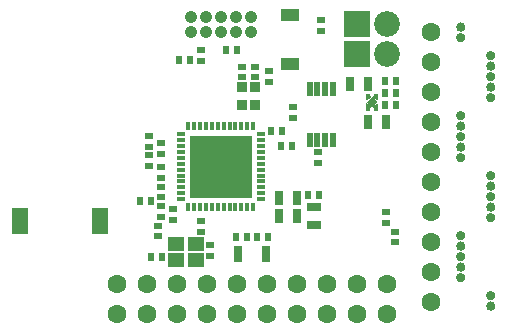
<source format=gbr>
G04 #@! TF.FileFunction,Soldermask,Top*
%FSLAX46Y46*%
G04 Gerber Fmt 4.6, Leading zero omitted, Abs format (unit mm)*
G04 Created by KiCad (PCBNEW 0.201502161433+5424~21~ubuntu14.04.1-product) date Mon 16 Feb 2015 01:02:52 PM PST*
%MOMM*%
G01*
G04 APERTURE LIST*
%ADD10C,0.100000*%
%ADD11C,0.381000*%
%ADD12R,0.802400X1.452400*%
%ADD13R,1.402400X2.252400*%
%ADD14R,0.949960X0.949960*%
%ADD15R,2.184400X2.184400*%
%ADD16O,2.184400X2.184400*%
%ADD17C,1.602400*%
%ADD18R,0.552400X1.252400*%
%ADD19R,0.751840X0.401320*%
%ADD20R,0.401320X0.751840*%
%ADD21R,5.302400X5.302400*%
%ADD22R,0.787400X1.295400*%
%ADD23R,0.551180X0.751840*%
%ADD24R,0.751840X0.551180*%
%ADD25R,1.295400X0.787400*%
%ADD26C,1.041400*%
%ADD27R,1.552400X1.102400*%
%ADD28R,1.352400X1.152400*%
%ADD29R,0.452400X0.362400*%
%ADD30R,0.252400X0.582400*%
G04 APERTURE END LIST*
D10*
D11*
X90360500Y-108712000D02*
G75*
G03X90360500Y-108712000I-190500J0D01*
G01*
X90360500Y-109601000D02*
G75*
G03X90360500Y-109601000I-190500J0D01*
G01*
X90360500Y-110490000D02*
G75*
G03X90360500Y-110490000I-190500J0D01*
G01*
X90360500Y-111379000D02*
G75*
G03X90360500Y-111379000I-190500J0D01*
G01*
X90360500Y-112268000D02*
G75*
G03X90360500Y-112268000I-190500J0D01*
G01*
X92900500Y-113792000D02*
G75*
G03X92900500Y-113792000I-190500J0D01*
G01*
X92900500Y-114681000D02*
G75*
G03X92900500Y-114681000I-190500J0D01*
G01*
X92900500Y-115570000D02*
G75*
G03X92900500Y-115570000I-190500J0D01*
G01*
X92900500Y-116459000D02*
G75*
G03X92900500Y-116459000I-190500J0D01*
G01*
X92900500Y-117348000D02*
G75*
G03X92900500Y-117348000I-190500J0D01*
G01*
X92900500Y-103632000D02*
G75*
G03X92900500Y-103632000I-190500J0D01*
G01*
X92900500Y-104521000D02*
G75*
G03X92900500Y-104521000I-190500J0D01*
G01*
X92900500Y-105410000D02*
G75*
G03X92900500Y-105410000I-190500J0D01*
G01*
X92900500Y-106299000D02*
G75*
G03X92900500Y-106299000I-190500J0D01*
G01*
X92900500Y-107188000D02*
G75*
G03X92900500Y-107188000I-190500J0D01*
G01*
X90360500Y-118872000D02*
G75*
G03X90360500Y-118872000I-190500J0D01*
G01*
X90360500Y-119761000D02*
G75*
G03X90360500Y-119761000I-190500J0D01*
G01*
X90360500Y-120650000D02*
G75*
G03X90360500Y-120650000I-190500J0D01*
G01*
X90360500Y-121539000D02*
G75*
G03X90360500Y-121539000I-190500J0D01*
G01*
X90360500Y-122428000D02*
G75*
G03X90360500Y-122428000I-190500J0D01*
G01*
X92900500Y-124841000D02*
G75*
G03X92900500Y-124841000I-190500J0D01*
G01*
X92900500Y-123952000D02*
G75*
G03X92900500Y-123952000I-190500J0D01*
G01*
X90360500Y-101219000D02*
G75*
G03X90360500Y-101219000I-190500J0D01*
G01*
X90360500Y-102108000D02*
G75*
G03X90360500Y-102108000I-190500J0D01*
G01*
D12*
X73692000Y-120396000D03*
X71342000Y-120396000D03*
D13*
X59636000Y-117602000D03*
X52886000Y-117602000D03*
D14*
X71628000Y-107810300D03*
X71628000Y-106311700D03*
X72771000Y-107810300D03*
X72771000Y-106311700D03*
D15*
X81407000Y-100965000D03*
D16*
X83947000Y-100965000D03*
D15*
X81407000Y-103505000D03*
D16*
X83947000Y-103505000D03*
D17*
X87630000Y-124460000D03*
X87630000Y-121920000D03*
X87630000Y-119380000D03*
X87630000Y-116840000D03*
X87630000Y-114300000D03*
X87630000Y-111760000D03*
X87630000Y-109220000D03*
X87630000Y-106680000D03*
X87630000Y-104140000D03*
X87630000Y-101600000D03*
D18*
X79334000Y-106435000D03*
X78684000Y-106435000D03*
X78034000Y-106435000D03*
X77384000Y-106435000D03*
X77384000Y-110735000D03*
X78034000Y-110735000D03*
X78684000Y-110735000D03*
X79334000Y-110735000D03*
D19*
X73248520Y-115778280D03*
X73248520Y-115277900D03*
X73248520Y-114777520D03*
X73248520Y-114277140D03*
X73248520Y-113779300D03*
X73248520Y-113278920D03*
X73248520Y-112778540D03*
X73248520Y-112278160D03*
X73248520Y-111777780D03*
X73248520Y-111277400D03*
X73248520Y-110777020D03*
X73248520Y-110279180D03*
X66451480Y-114282220D03*
X66451480Y-114780060D03*
X66451480Y-115280440D03*
X66451480Y-115780820D03*
D20*
X70599300Y-109628940D03*
X70100000Y-109630000D03*
X69601080Y-109628940D03*
X69100700Y-109628940D03*
X68600320Y-109628940D03*
X68099940Y-109628940D03*
X67599560Y-109628940D03*
X67099180Y-109628940D03*
X72598280Y-109628940D03*
X72097900Y-109628940D03*
X71597520Y-109628940D03*
X71099680Y-109628940D03*
D19*
X66451480Y-110281720D03*
X66448940Y-110782100D03*
X66448940Y-111279940D03*
X66448940Y-111780320D03*
X66448940Y-112280700D03*
X66448940Y-112781080D03*
X66448940Y-113281460D03*
X66448940Y-113781840D03*
D20*
X67099180Y-116428520D03*
X67599560Y-116428520D03*
X68099940Y-116428520D03*
X68597780Y-116428520D03*
X69098160Y-116428520D03*
X69598540Y-116428520D03*
X70098920Y-116428520D03*
X70599300Y-116428520D03*
X71099680Y-116428520D03*
X71600060Y-116428520D03*
X72097900Y-116428520D03*
X72598280Y-116428520D03*
D21*
X69850000Y-113030000D03*
D22*
X82296000Y-106045000D03*
X80772000Y-106045000D03*
D23*
X75887580Y-111252000D03*
X74988420Y-111252000D03*
D24*
X73914000Y-104960420D03*
X73914000Y-105859580D03*
X68961000Y-120591580D03*
X68961000Y-119692420D03*
D23*
X73855580Y-118999000D03*
X72956420Y-118999000D03*
D22*
X82296000Y-109220000D03*
X83820000Y-109220000D03*
D23*
X74998580Y-109982000D03*
X74099420Y-109982000D03*
X63939420Y-120650000D03*
X64838580Y-120650000D03*
X71178420Y-118999000D03*
X72077580Y-118999000D03*
D22*
X74803000Y-117221000D03*
X76327000Y-117221000D03*
D24*
X63750142Y-110428052D03*
X63750142Y-111327212D03*
X68199000Y-118559580D03*
X68199000Y-117660420D03*
X64770000Y-114739420D03*
X64770000Y-115638580D03*
D23*
X63050420Y-115951000D03*
X63949580Y-115951000D03*
D24*
X65836800Y-117518180D03*
X65836800Y-116619020D03*
D25*
X77724000Y-116459000D03*
X77724000Y-117983000D03*
D24*
X64516000Y-118940580D03*
X64516000Y-118041420D03*
X63750142Y-112978212D03*
X63750142Y-112079052D03*
X64770000Y-113987580D03*
X64770000Y-113088420D03*
D22*
X76327000Y-115697000D03*
X74803000Y-115697000D03*
D23*
X77274420Y-115443000D03*
X78173580Y-115443000D03*
D24*
X64770000Y-116390420D03*
X64770000Y-117289580D03*
D23*
X84650580Y-105791000D03*
X83751420Y-105791000D03*
X83751420Y-107823000D03*
X84650580Y-107823000D03*
D24*
X71628000Y-104579420D03*
X71628000Y-105478580D03*
X78359000Y-100642420D03*
X78359000Y-101541580D03*
D23*
X84650580Y-106807000D03*
X83751420Y-106807000D03*
D24*
X72771000Y-104579420D03*
X72771000Y-105478580D03*
D23*
X71188580Y-103124000D03*
X70289420Y-103124000D03*
D24*
X68199000Y-104081580D03*
X68199000Y-103182420D03*
D23*
X66352420Y-104013000D03*
X67251580Y-104013000D03*
D24*
X78105000Y-111818420D03*
X78105000Y-112717580D03*
X75946000Y-108907580D03*
X75946000Y-108008420D03*
X83820000Y-116898420D03*
X83820000Y-117797580D03*
X84582000Y-119448580D03*
X84582000Y-118549420D03*
X64770000Y-111056420D03*
X64770000Y-111955580D03*
D26*
X67310000Y-101600000D03*
X67310000Y-100330000D03*
X68580000Y-101600000D03*
X68580000Y-100330000D03*
X69850000Y-101600000D03*
X69850000Y-100330000D03*
X71120000Y-101600000D03*
X71120000Y-100330000D03*
X72390000Y-101600000D03*
X72390000Y-100330000D03*
D27*
X75692000Y-100160000D03*
X75692000Y-104310000D03*
D28*
X67779000Y-120919000D03*
X66079000Y-120919000D03*
X66079000Y-119619000D03*
X67779000Y-119619000D03*
D17*
X61087000Y-122936000D03*
X63627000Y-122936000D03*
X66167000Y-122936000D03*
X68707000Y-122936000D03*
X71247000Y-122936000D03*
X73787000Y-122936000D03*
X76327000Y-122936000D03*
X78867000Y-122936000D03*
X81407000Y-122936000D03*
X83947000Y-122936000D03*
X61087000Y-125476000D03*
X63627000Y-125476000D03*
X66167000Y-125476000D03*
X68707000Y-125476000D03*
X71247000Y-125476000D03*
X73787000Y-125476000D03*
X76327000Y-125476000D03*
X78867000Y-125476000D03*
X81407000Y-125476000D03*
X83947000Y-125476000D03*
D10*
G36*
X82125800Y-108200200D02*
X82125800Y-107617800D01*
X82478200Y-107817800D01*
X82478200Y-108000200D01*
X82125800Y-108200200D01*
X82125800Y-108200200D01*
G37*
G36*
X82225800Y-108300200D02*
X82225800Y-107717800D01*
X82578200Y-107917800D01*
X82578200Y-108100200D01*
X82225800Y-108300200D01*
X82225800Y-108300200D01*
G37*
D29*
X82352000Y-108119000D03*
D30*
X82252000Y-108009000D03*
X83102000Y-108009000D03*
D29*
X83002000Y-108119000D03*
D10*
G36*
X83128200Y-107717800D02*
X83128200Y-108300200D01*
X82775800Y-108100200D01*
X82775800Y-107917800D01*
X83128200Y-107717800D01*
X83128200Y-107717800D01*
G37*
G36*
X83128200Y-106837800D02*
X83128200Y-107420200D01*
X82775800Y-107220200D01*
X82775800Y-107037800D01*
X83128200Y-106837800D01*
X83128200Y-106837800D01*
G37*
D29*
X83002000Y-107019000D03*
D30*
X83102000Y-107129000D03*
X82252000Y-107129000D03*
D29*
X82352000Y-107019000D03*
D10*
G36*
X82225800Y-107420200D02*
X82225800Y-106837800D01*
X82578200Y-107037800D01*
X82578200Y-107220200D01*
X82225800Y-107420200D01*
X82225800Y-107420200D01*
G37*
G36*
X82677000Y-108018013D02*
X82227987Y-107569000D01*
X82677000Y-107119987D01*
X83126013Y-107569000D01*
X82677000Y-108018013D01*
X82677000Y-108018013D01*
G37*
M02*

</source>
